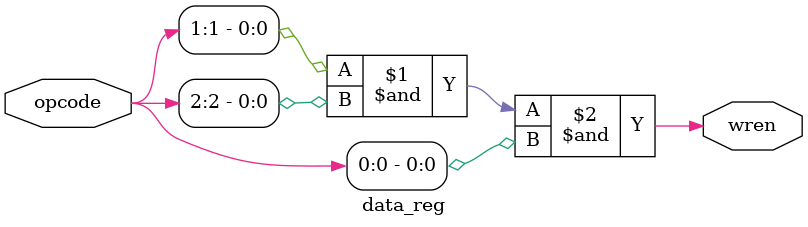
<source format=v>
module data_reg(wren, opcode);

	input[4:0] opcode;
	output wren;
	
	and wren_and(wren, opcode[1], opcode[2], opcode[0]);

endmodule

</source>
